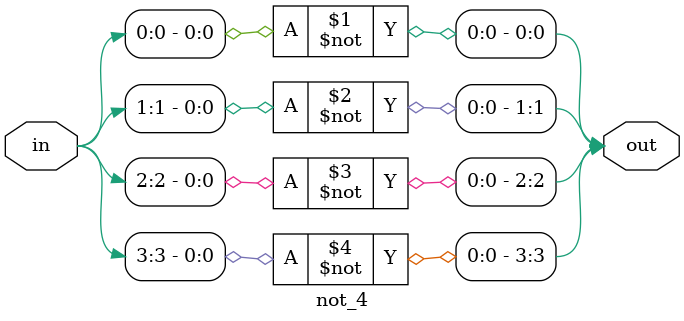
<source format=v>
module not_4(out,in);
	input[3:0] in;
	output[3:0] out;
	not not1(out[0],in[0]);
	not not2(out[1],in[1]);
	not not3(out[2],in[2]);
	not not4(out[3],in[3]);
endmodule
	
</source>
